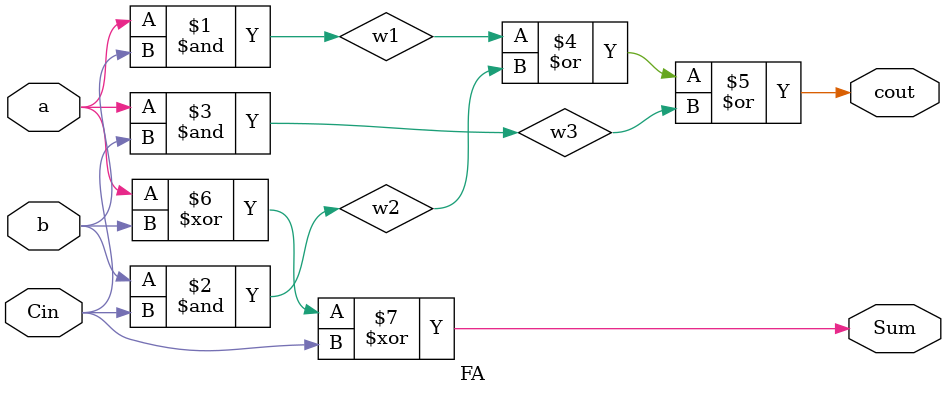
<source format=v>
module FA(
    input  a,
    input  b,
    input  Cin, 
    output Sum,
    output cout);

    wire w1, w2, w3;

	and(w1, a, b);
	and(w2, b, Cin);
	and(w3, a, Cin);
	or(cout, w1, w2, w3);
	xor(Sum, a, b, Cin);

endmodule
</source>
